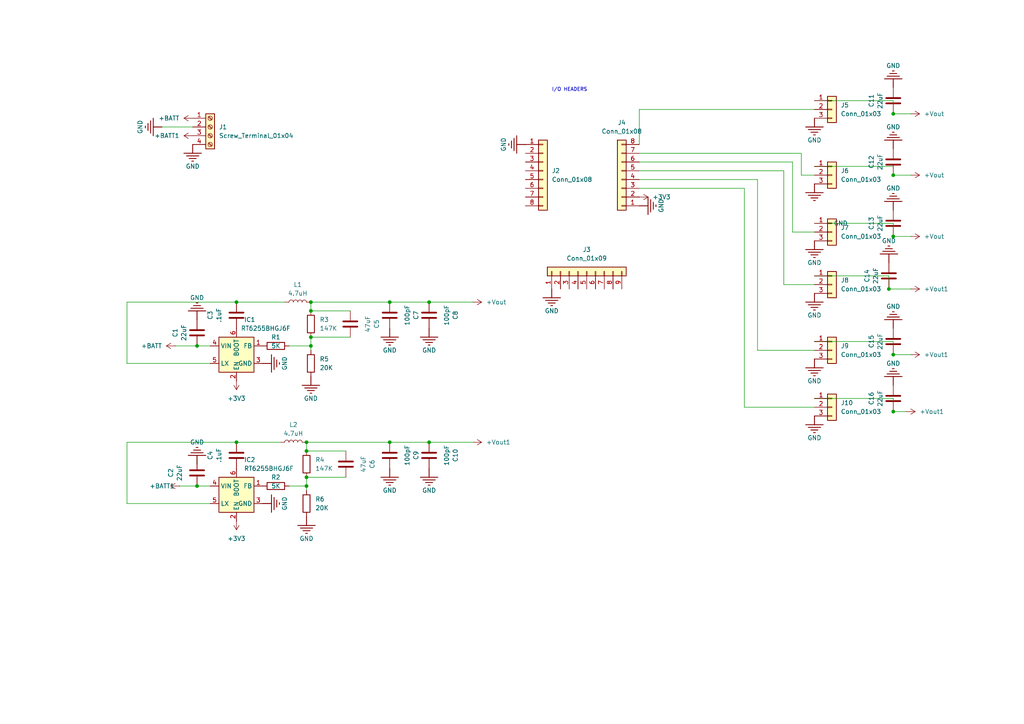
<source format=kicad_sch>
(kicad_sch (version 20231120) (generator "eeschema") (generator_version "8.0")
  (paper "A4")
  (lib_symbols
    (symbol "Connector:Screw_Terminal_01x04" (pin_names (offset 1.016) hide)
      (property "Reference" "J" (at 0 5.08 0))
      (property "Value" "Screw_Terminal_01x04" (at 0 -7.62 0))
      (symbol "Screw_Terminal_01x04_1_1"
        (rectangle (start -1.27 3.81) (end 1.27 -6.35) (stroke (width 0.254)) (fill (type background)))
        (circle (center 0 -5.08) (radius 0.635) (stroke (width 0.1524)))
        (circle (center 0 -2.54) (radius 0.635) (stroke (width 0.1524)))
        (polyline (pts (xy -0.5334 -4.7498) (xy 0.3302 -5.588)) (stroke (width 0.1524)))
        (polyline (pts (xy -0.5334 -2.2098) (xy 0.3302 -3.048)) (stroke (width 0.1524)))
        (polyline (pts (xy -0.5334 0.3302) (xy 0.3302 -0.508)) (stroke (width 0.1524)))
        (polyline (pts (xy -0.5334 2.8702) (xy 0.3302 2.032)) (stroke (width 0.1524)))
        (polyline (pts (xy -0.3556 -4.572) (xy 0.508 -5.4102)) (stroke (width 0.1524)))
        (polyline (pts (xy -0.3556 -2.032) (xy 0.508 -2.8702)) (stroke (width 0.1524)))
        (polyline (pts (xy -0.3556 0.508) (xy 0.508 -0.3302)) (stroke (width 0.1524)))
        (polyline (pts (xy -0.3556 3.048) (xy 0.508 2.2098)) (stroke (width 0.1524)))
        (circle (center 0 0) (radius 0.635) (stroke (width 0.1524)))
        (circle (center 0 2.54) (radius 0.635) (stroke (width 0.1524)))
        (pin passive line (at -5.08 2.54 0) (length 3.81) (name "Pin_1") (number "1"))
        (pin passive line (at -5.08 0 0) (length 3.81) (name "Pin_2") (number "2"))
        (pin passive line (at -5.08 -2.54 0) (length 3.81) (name "Pin_3") (number "3"))
        (pin passive line (at -5.08 -5.08 0) (length 3.81) (name "Pin_4") (number "4"))
      )
    )
    (symbol "Connector_Generic:Conn_01x03" (pin_names (offset 1.016) hide)
      (property "Reference" "J" (at 0 5.08 0))
      (property "Value" "Conn_01x03" (at 0 -5.08 0))
      (symbol "Conn_01x03_1_1"
        (rectangle (start -1.27 -2.413) (end 0 -2.667) (stroke (width 0.1524)))
        (rectangle (start -1.27 0.127) (end 0 -0.127) (stroke (width 0.1524)))
        (rectangle (start -1.27 2.667) (end 0 2.413) (stroke (width 0.1524)))
        (rectangle (start -1.27 3.81) (end 1.27 -3.81) (stroke (width 0.254)) (fill (type background)))
        (pin passive line (at -5.08 2.54 0) (length 3.81) (name "Pin_1") (number "1"))
        (pin passive line (at -5.08 0 0) (length 3.81) (name "Pin_2") (number "2"))
        (pin passive line (at -5.08 -2.54 0) (length 3.81) (name "Pin_3") (number "3"))
      )
    )
    (symbol "Connector_Generic:Conn_01x08" (pin_names (offset 1.016) hide)
      (property "Reference" "J" (at 0 10.16 0))
      (property "Value" "Conn_01x08" (at 0 -12.7 0))
      (symbol "Conn_01x08_1_1"
        (rectangle (start -1.27 -10.033) (end 0 -10.287) (stroke (width 0.1524)))
        (rectangle (start -1.27 -7.493) (end 0 -7.747) (stroke (width 0.1524)))
        (rectangle (start -1.27 -4.953) (end 0 -5.207) (stroke (width 0.1524)))
        (rectangle (start -1.27 -2.413) (end 0 -2.667) (stroke (width 0.1524)))
        (rectangle (start -1.27 0.127) (end 0 -0.127) (stroke (width 0.1524)))
        (rectangle (start -1.27 2.667) (end 0 2.413) (stroke (width 0.1524)))
        (rectangle (start -1.27 5.207) (end 0 4.953) (stroke (width 0.1524)))
        (rectangle (start -1.27 7.747) (end 0 7.493) (stroke (width 0.1524)))
        (rectangle (start -1.27 8.89) (end 1.27 -11.43) (stroke (width 0.254)) (fill (type background)))
        (pin passive line (at -5.08 7.62 0) (length 3.81) (name "Pin_1") (number "1"))
        (pin passive line (at -5.08 5.08 0) (length 3.81) (name "Pin_2") (number "2"))
        (pin passive line (at -5.08 2.54 0) (length 3.81) (name "Pin_3") (number "3"))
        (pin passive line (at -5.08 0 0) (length 3.81) (name "Pin_4") (number "4"))
        (pin passive line (at -5.08 -2.54 0) (length 3.81) (name "Pin_5") (number "5"))
        (pin passive line (at -5.08 -5.08 0) (length 3.81) (name "Pin_6") (number "6"))
        (pin passive line (at -5.08 -7.62 0) (length 3.81) (name "Pin_7") (number "7"))
        (pin passive line (at -5.08 -10.16 0) (length 3.81) (name "Pin_8") (number "8"))
      )
    )
    (symbol "Connector_Generic:Conn_01x09" (pin_names (offset 1.016) hide)
      (property "Reference" "J" (at 0 12.7 0))
      (property "Value" "Conn_01x09" (at 0 -12.7 0))
      (symbol "Conn_01x09_1_1"
        (rectangle (start -1.27 -10.033) (end 0 -10.287) (stroke (width 0.1524)))
        (rectangle (start -1.27 -7.493) (end 0 -7.747) (stroke (width 0.1524)))
        (rectangle (start -1.27 -4.953) (end 0 -5.207) (stroke (width 0.1524)))
        (rectangle (start -1.27 -2.413) (end 0 -2.667) (stroke (width 0.1524)))
        (rectangle (start -1.27 0.127) (end 0 -0.127) (stroke (width 0.1524)))
        (rectangle (start -1.27 2.667) (end 0 2.413) (stroke (width 0.1524)))
        (rectangle (start -1.27 5.207) (end 0 4.953) (stroke (width 0.1524)))
        (rectangle (start -1.27 7.747) (end 0 7.493) (stroke (width 0.1524)))
        (rectangle (start -1.27 10.287) (end 0 10.033) (stroke (width 0.1524)))
        (rectangle (start -1.27 11.43) (end 1.27 -11.43) (stroke (width 0.254)) (fill (type background)))
        (pin passive line (at -5.08 10.16 0) (length 3.81) (name "Pin_1") (number "1"))
        (pin passive line (at -5.08 7.62 0) (length 3.81) (name "Pin_2") (number "2"))
        (pin passive line (at -5.08 5.08 0) (length 3.81) (name "Pin_3") (number "3"))
        (pin passive line (at -5.08 2.54 0) (length 3.81) (name "Pin_4") (number "4"))
        (pin passive line (at -5.08 0 0) (length 3.81) (name "Pin_5") (number "5"))
        (pin passive line (at -5.08 -2.54 0) (length 3.81) (name "Pin_6") (number "6"))
        (pin passive line (at -5.08 -5.08 0) (length 3.81) (name "Pin_7") (number "7"))
        (pin passive line (at -5.08 -7.62 0) (length 3.81) (name "Pin_8") (number "8"))
        (pin passive line (at -5.08 -10.16 0) (length 3.81) (name "Pin_9") (number "9"))
      )
    )
    (symbol "DIO5661ST6_1"
      (property "Reference" "IC2" (at 2.1941 10.16 0))
      (property "Value" "RT6255BHGJ6F" (at 2.1941 7.62 0))
      (symbol "DIO5661ST6_1_0_1"
        (rectangle (start 5.08 -5.08) (end -5.08 5.08) (stroke (width 0.254)) (fill (type background)))
      )
      (symbol "DIO5661ST6_1_1_1"
        (pin open_collector line (at 7.62 2.54 180) (length 2.54) (name "FB") (number "1"))
        (pin power_in line (at 0 -7.62 90) (length 2.54) (name "EN") (number "2"))
        (pin input line (at 7.62 -2.54 180) (length 2.54) (name "GND") (number "3"))
        (pin input line (at -7.62 2.54 0) (length 2.54) (name "VIN") (number "4"))
        (pin input line (at -7.62 -2.54 0) (length 2.54) (name "LX") (number "5"))
        (pin power_in line (at 0 7.62 270) (length 2.54) (name "BOOT") (number "6"))
      )
    )
    (symbol "Device:C" (pin_numbers hide) (pin_names (offset 0.254))
      (property "Reference" "C" (at 0.635 2.54 0))
      (property "Value" "C" (at 0.635 -2.54 0))
      (symbol "C_0_1"
        (polyline (pts (xy -2.032 -0.762) (xy 2.032 -0.762)) (stroke (width 0.508)))
        (polyline (pts (xy -2.032 0.762) (xy 2.032 0.762)) (stroke (width 0.508)))
      )
      (symbol "C_1_1"
        (pin passive line (at 0 3.81 270) (length 2.794) (name "~") (number "1"))
        (pin passive line (at 0 -3.81 90) (length 2.794) (name "~") (number "2"))
      )
    )
    (symbol "Device:L" (pin_numbers hide) (pin_names (offset 1.016) hide)
      (property "Reference" "L" (at -1.27 0 90))
      (property "Value" "L" (at 1.905 0 90))
      (symbol "L_0_1"
        (arc (start 0 -2.54) (mid 0.6323 -1.905) (end 0 -1.27))
        (arc (start 0 -1.27) (mid 0.6323 -0.635) (end 0 0))
        (arc (start 0 0) (mid 0.6323 0.635) (end 0 1.27))
        (arc (start 0 1.27) (mid 0.6323 1.905) (end 0 2.54))
      )
      (symbol "L_1_1"
        (pin passive line (at 0 3.81 270) (length 1.27) (name "1") (number "1"))
        (pin passive line (at 0 -3.81 90) (length 1.27) (name "2") (number "2"))
      )
    )
    (symbol "Device:R" (pin_numbers hide) (pin_names (offset 0))
      (property "Reference" "R" (at 2.032 0 90))
      (property "Value" "R" (at 0 0 90))
      (symbol "R_0_1"
        (rectangle (start -1.016 -2.54) (end 1.016 2.54) (stroke (width 0.254)))
      )
      (symbol "R_1_1"
        (pin passive line (at 0 3.81 270) (length 1.27) (name "~") (number "1"))
        (pin passive line (at 0 -3.81 90) (length 1.27) (name "~") (number "2"))
      )
    )
    (symbol "Driver_LED:DIO5661ST6"
      (property "Reference" "IC1" (at 2.1941 10.16 0))
      (property "Value" "RT6255BHGJ6F" (at 1.27 7.62 0))
      (symbol "DIO5661ST6_0_1"
        (rectangle (start 5.08 -5.08) (end -5.08 5.08) (stroke (width 0.254)) (fill (type background)))
      )
      (symbol "DIO5661ST6_1_1"
        (pin open_collector line (at 7.62 2.54 180) (length 2.54) (name "FB") (number "1"))
        (pin power_in line (at 0 -7.62 90) (length 2.54) (name "EN") (number "2"))
        (pin input line (at 7.62 -2.54 180) (length 2.54) (name "GND") (number "3"))
        (pin input line (at -7.62 2.54 0) (length 2.54) (name "VIN") (number "4"))
        (pin input line (at -7.62 -2.54 0) (length 2.54) (name "LX") (number "5"))
        (pin power_in line (at 0 7.62 270) (length 2.54) (name "BOOT") (number "6"))
      )
    )
    (symbol "iotaTemplate-altium-import:GND_POWER_GROUND" (power)
      (property "Reference" "#PWR" (at 0 0 0))
      (property "Value" "GND" (at 0 6.35 0))
      (symbol "GND_POWER_GROUND_0_0"
        (polyline (pts (xy -2.54 -2.54) (xy 2.54 -2.54)) (stroke (width 0.254)))
        (polyline (pts (xy -1.778 -3.302) (xy 1.778 -3.302)) (stroke (width 0.254)))
        (polyline (pts (xy -1.016 -4.064) (xy 1.016 -4.064)) (stroke (width 0.254)))
        (polyline (pts (xy -0.254 -4.826) (xy 0.254 -4.826)) (stroke (width 0.254)))
        (polyline (pts (xy 0 0) (xy 0 -2.54)) (stroke (width 0.254)))
        (pin power_in line (at 0 0 0) (length 0) hide (name "GND") (number ""))
      )
    )
    (symbol "power:+3V3" (power) (pin_numbers hide) (pin_names (offset 0) hide)
      (property "Value" "+3V3" (at 0 3.556 0))
      (symbol "+3V3_0_1"
        (polyline (pts (xy -0.762 1.27) (xy 0 2.54)))
        (polyline (pts (xy 0 0) (xy 0 2.54)))
        (polyline (pts (xy 0 2.54) (xy 0.762 1.27)))
      )
      (symbol "+3V3_1_1"
        (pin power_in line (at 0 0 90) (length 0) (name "~") (number "1"))
      )
    )
    (symbol "power:+5V" (power) (pin_numbers hide) (pin_names (offset 0) hide)
      (property "Value" "+5V" (at 0 3.556 0))
      (symbol "+5V_0_1"
        (polyline (pts (xy -0.762 1.27) (xy 0 2.54)))
        (polyline (pts (xy 0 0) (xy 0 2.54)))
        (polyline (pts (xy 0 2.54) (xy 0.762 1.27)))
      )
      (symbol "+5V_1_1"
        (pin power_in line (at 0 0 90) (length 0) (name "~") (number "1"))
      )
    )
    (symbol "power:+BATT" (power) (pin_numbers hide) (pin_names (offset 0) hide)
      (property "Value" "+BATT" (at 0 3.556 0))
      (symbol "+BATT_0_1"
        (polyline (pts (xy -0.762 1.27) (xy 0 2.54)))
        (polyline (pts (xy 0 0) (xy 0 2.54)))
        (polyline (pts (xy 0 2.54) (xy 0.762 1.27)))
      )
      (symbol "+BATT_1_1"
        (pin power_in line (at 0 0 90) (length 0) (name "~") (number "1"))
      )
    )
  )
  (junction (at 57.15 100.33))
  (junction (at 68.58 87.63))
  (junction (at 259.08 119.38))
  (junction (at 57.15 140.97))
  (junction (at 113.03 128.27))
  (junction (at 90.17 87.63))
  (junction (at 257.81 83.82))
  (junction (at 259.08 33.02))
  (junction (at 124.46 128.27))
  (junction (at 259.08 50.8))
  (junction (at 90.17 90.17))
  (junction (at 68.58 128.27))
  (junction (at 88.9 138.43))
  (junction (at 90.17 97.79))
  (junction (at 259.08 68.58))
  (junction (at 113.03 87.63))
  (junction (at 259.08 102.87))
  (junction (at 90.17 100.33))
  (junction (at 124.46 87.63))
  (junction (at 88.9 130.81))
  (junction (at 88.9 128.27))
  (junction (at 88.9 140.97))
  (wire (pts (xy 36.83 146.05) (xy 36.83 128.27)))
  (wire (pts (xy 68.58 128.27) (xy 81.28 128.27)))
  (wire (pts (xy 236.22 29.21) (xy 259.08 29.21)))
  (wire (pts (xy 90.17 87.63) (xy 113.03 87.63)))
  (wire (pts (xy 185.42 44.45) (xy 232.41 44.45)))
  (wire (pts (xy 88.9 130.81) (xy 100.33 130.81)))
  (wire (pts (xy 90.17 97.79) (xy 90.17 100.33)))
  (wire (pts (xy 236.22 48.26) (xy 259.08 48.26)))
  (wire (pts (xy 259.08 102.87) (xy 264.16 102.87)))
  (wire (pts (xy 36.83 105.41) (xy 36.83 87.63)))
  (wire (pts (xy 113.03 87.63) (xy 124.46 87.63)))
  (wire (pts (xy 113.03 128.27) (xy 124.46 128.27)))
  (wire (pts (xy 259.08 64.77) (xy 259.08 68.58)))
  (wire (pts (xy 219.71 52.07) (xy 185.42 52.07)))
  (wire (pts (xy 229.87 46.99) (xy 229.87 67.31)))
  (wire (pts (xy 57.15 140.97) (xy 60.96 140.97)))
  (wire (pts (xy 257.81 80.01) (xy 257.81 83.82)))
  (wire (pts (xy 90.17 90.17) (xy 101.6 90.17)))
  (wire (pts (xy 236.22 50.8) (xy 232.41 50.8)))
  (wire (pts (xy 124.46 128.27) (xy 137.16 128.27)))
  (wire (pts (xy 60.96 105.41) (xy 36.83 105.41)))
  (wire (pts (xy 259.08 99.06) (xy 259.08 102.87)))
  (wire (pts (xy 88.9 128.27) (xy 113.03 128.27)))
  (wire (pts (xy 236.22 67.31) (xy 229.87 67.31)))
  (wire (pts (xy 227.33 49.53) (xy 227.33 82.55)))
  (wire (pts (xy 259.08 119.38) (xy 262.89 119.38)))
  (wire (pts (xy 46.99 36.83) (xy 55.88 36.83)))
  (wire (pts (xy 36.83 128.27) (xy 68.58 128.27)))
  (wire (pts (xy 219.71 52.07) (xy 219.71 101.6)))
  (wire (pts (xy 57.15 100.33) (xy 60.96 100.33)))
  (wire (pts (xy 259.08 68.58) (xy 264.16 68.58)))
  (wire (pts (xy 236.22 64.77) (xy 259.08 64.77)))
  (wire (pts (xy 215.9 54.61) (xy 185.42 54.61)))
  (wire (pts (xy 236.22 99.06) (xy 259.08 99.06)))
  (wire (pts (xy 185.42 46.99) (xy 229.87 46.99)))
  (wire (pts (xy 259.08 50.8) (xy 264.16 50.8)))
  (wire (pts (xy 236.22 82.55) (xy 227.33 82.55)))
  (wire (pts (xy 57.15 133.35) (xy 57.15 134.62)))
  (wire (pts (xy 259.08 33.02) (xy 264.16 33.02)))
  (wire (pts (xy 36.83 87.63) (xy 68.58 87.63)))
  (wire (pts (xy 227.33 49.53) (xy 185.42 49.53)))
  (wire (pts (xy 90.17 97.79) (xy 101.6 97.79)))
  (wire (pts (xy 236.22 80.01) (xy 257.81 80.01)))
  (wire (pts (xy 83.82 100.33) (xy 90.17 100.33)))
  (wire (pts (xy 259.08 29.21) (xy 259.08 33.02)))
  (wire (pts (xy 185.42 31.75) (xy 236.22 31.75)))
  (wire (pts (xy 88.9 140.97) (xy 88.9 142.24)))
  (wire (pts (xy 236.22 101.6) (xy 219.71 101.6)))
  (wire (pts (xy 50.8 100.33) (xy 57.15 100.33)))
  (wire (pts (xy 88.9 138.43) (xy 100.33 138.43)))
  (wire (pts (xy 236.22 118.11) (xy 215.9 118.11)))
  (wire (pts (xy 259.08 48.26) (xy 259.08 50.8)))
  (wire (pts (xy 88.9 128.27) (xy 88.9 130.81)))
  (wire (pts (xy 185.42 31.75) (xy 185.42 41.91)))
  (wire (pts (xy 52.07 140.97) (xy 57.15 140.97)))
  (wire (pts (xy 232.41 44.45) (xy 232.41 50.8)))
  (wire (pts (xy 60.96 146.05) (xy 36.83 146.05)))
  (wire (pts (xy 68.58 87.63) (xy 82.55 87.63)))
  (wire (pts (xy 83.82 140.97) (xy 88.9 140.97)))
  (wire (pts (xy 259.08 115.57) (xy 259.08 119.38)))
  (wire (pts (xy 90.17 100.33) (xy 90.17 101.6)))
  (wire (pts (xy 90.17 87.63) (xy 90.17 90.17)))
  (wire (pts (xy 257.81 83.82) (xy 264.16 83.82)))
  (wire (pts (xy 88.9 138.43) (xy 88.9 140.97)))
  (wire (pts (xy 215.9 54.61) (xy 215.9 118.11)))
  (wire (pts (xy 124.46 87.63) (xy 137.16 87.63)))
  (wire (pts (xy 236.22 115.57) (xy 259.08 115.57)))
  (text "I/O HEADERS" (at 160.02 26.67 0) (effects (font (size 1.016 1.016)) (justify left bottom)))
  (symbol (lib_id "iotaTemplate-altium-import:GND_POWER_GROUND") (at 124.46 95.25 0) (unit 1)
    (property "Reference" "#PWR020" (effects (hide yes)))
    (property "Value" "GND" (at 124.46 101.6 0))
  )
  (symbol (lib_id "iotaTemplate-altium-import:GND_POWER_GROUND") (at 113.03 95.25 0) (unit 1)
    (property "Reference" "#PWR019" (effects (hide yes)))
    (property "Value" "GND" (at 113.03 101.6 0))
  )
  (symbol (lib_id "Driver_LED:DIO5661ST6") (at 68.58 102.87 0) (unit 1)
    (property "Reference" "IC1" (at 70.7741 92.71 0) (effects (justify left)))
    (property "Value" "RT6255BHGJ6F" (at 69.85 95.25 0) (effects (justify left)))
    (property "Footprint" "Package_TO_SOT_SMD:TSOT-23-6_HandSoldering" (effects (hide yes)))
  )
  (symbol (lib_id "Connector:Screw_Terminal_01x04") (at 60.96 36.83 0) (unit 1)
    (property "Reference" "J1" (at 63.5 36.8299 0) (effects (justify left)))
    (property "Value" "Screw_Terminal_01x04" (at 63.5 39.3699 0) (effects (justify left)))
    (property "Footprint" "Connector:FanPinHeader_1x04_P2.54mm_Vertical" (effects (hide yes)))
    (property "Description" "Generic screw terminal, single row, 01x04, script generated (kicad-library-utils/schlib/autogen/connector/)" (effects (hide yes)))
  )
  (symbol (lib_id "Device:C") (at 113.03 132.08 0) (unit 1)
    (property "Reference" "C9" (at 120.65 132.08 90))
    (property "Value" "100pF" (at 118.11 132.08 90))
    (property "Footprint" "Capacitor_SMD:C_0603_1608Metric" (effects (hide yes)))
    (property "Description" "Unpolarized capacitor" (effects (hide yes)))
  )
  (symbol (lib_id "Device:C") (at 101.6 93.98 0) (unit 1)
    (property "Reference" "C5" (at 109.22 93.98 90))
    (property "Value" "47uF" (at 106.68 93.98 90))
    (property "Footprint" "Capacitor_SMD:C_0603_1608Metric" (effects (hide yes)))
    (property "Description" "Unpolarized capacitor" (effects (hide yes)))
  )
  (symbol (lib_id "Device:C") (at 259.08 46.99 0) (unit 1)
    (property "Reference" "C12" (at 252.73 46.99 90))
    (property "Value" "22uF" (at 255.27 46.99 90))
    (property "Footprint" "Capacitor_SMD:C_0603_1608Metric" (effects (hide yes)))
    (property "Description" "Unpolarized capacitor" (effects (hide yes)))
  )
  (symbol (lib_id "iotaTemplate-altium-import:GND_POWER_GROUND") (at 124.46 135.89 0) (unit 1)
    (property "Reference" "#PWR018" (effects (hide yes)))
    (property "Value" "GND" (at 124.46 142.24 0))
  )
  (symbol (lib_id "power:+3V3") (at 137.16 87.63 270) (unit 1)
    (property "Reference" "#PWR021" (effects (hide yes)))
    (property "Value" "+Vout" (at 140.97 87.6299 90) (effects (justify left)))
    (property "Description" "Power symbol creates a global label with name \"+3V3\"" (effects (hide yes)))
  )
  (symbol (lib_id "power:+5V") (at 264.16 102.87 270) (unit 1)
    (property "Reference" "#PWR028" (effects (hide yes)))
    (property "Value" "+Vout1" (at 267.97 102.8699 90) (effects (justify left)))
    (property "Description" "Power symbol creates a global label with name \"+5V\"" (effects (hide yes)))
  )
  (symbol (lib_id "Connector_Generic:Conn_01x03") (at 241.3 67.31 0) (unit 1)
    (property "Reference" "J7" (at 243.84 66.0399 0) (effects (justify left)))
    (property "Value" "Conn_01x03" (at 243.84 68.5799 0) (effects (justify left)))
    (property "Footprint" "Connector_PinHeader_2.54mm:PinHeader_1x03_P2.54mm_Vertical" (effects (hide yes)))
    (property "Description" "Generic connector, single row, 01x03, script generated (kicad-library-utils/schlib/autogen/connector/)" (effects (hide yes)))
  )
  (symbol (lib_id "power:+5V") (at 264.16 83.82 270) (unit 1)
    (property "Reference" "#PWR029" (effects (hide yes)))
    (property "Value" "+Vout1" (at 267.97 83.8199 90) (effects (justify left)))
    (property "Description" "Power symbol creates a global label with name \"+5V\"" (effects (hide yes)))
  )
  (symbol (lib_id "iotaTemplate-altium-import:GND_POWER_GROUND") (at 55.88 41.91 0) (unit 1)
    (property "Reference" "#PWR01" (effects (hide yes)))
    (property "Value" "GND" (at 55.88 48.26 0))
  )
  (symbol (lib_id "Connector_Generic:Conn_01x03") (at 241.3 118.11 0) (unit 1)
    (property "Reference" "J10" (at 243.84 116.8399 0) (effects (justify left)))
    (property "Value" "Conn_01x03" (at 243.84 119.3799 0) (effects (justify left)))
    (property "Footprint" "Connector_PinHeader_2.54mm:PinHeader_1x03_P2.54mm_Vertical" (effects (hide yes)))
    (property "Description" "Generic connector, single row, 01x03, script generated (kicad-library-utils/schlib/autogen/connector/)" (effects (hide yes)))
  )
  (symbol (lib_id "iotaTemplate-altium-import:GND_POWER_GROUND") (at 257.81 76.2 180) (unit 1)
    (property "Reference" "#PWR024" (effects (hide yes)))
    (property "Value" "GND" (at 257.81 69.85 0))
  )
  (symbol (lib_id "Device:C") (at 259.08 99.06 0) (unit 1)
    (property "Reference" "C15" (at 252.73 99.06 90))
    (property "Value" "22uF" (at 255.27 99.06 90))
    (property "Footprint" "Capacitor_SMD:C_0603_1608Metric" (effects (hide yes)))
    (property "Description" "Unpolarized capacitor" (effects (hide yes)))
  )
  (symbol (lib_id "iotaTemplate-altium-import:GND_POWER_GROUND") (at 57.15 92.71 180) (unit 1)
    (property "Reference" "#PWR010" (effects (hide yes)))
    (property "Value" "GND" (at 57.15 86.36 0))
  )
  (symbol (lib_id "power:+3V3") (at 50.8 100.33 90) (unit 1)
    (property "Reference" "#PWR07" (effects (hide yes)))
    (property "Value" "+BATT" (at 46.99 100.3299 90) (effects (justify left)))
    (property "Description" "Power symbol creates a global label with name \"+3V3\"" (effects (hide yes)))
  )
  (symbol (lib_id "power:+BATT") (at 55.88 34.29 90) (unit 1)
    (property "Reference" "#PWR03" (effects (hide yes)))
    (property "Value" "+BATT" (at 52.07 34.2899 90) (effects (justify left)))
    (property "Description" "Power symbol creates a global label with name \"+BATT\"" (effects (hide yes)))
  )
  (symbol (lib_name "DIO5661ST6_1") (lib_id "Driver_LED:DIO5661ST6") (at 68.58 143.51 0) (unit 1)
    (property "Reference" "IC2" (at 70.7741 133.35 0) (effects (justify left)))
    (property "Value" "RT6255BHGJ6F" (at 70.7741 135.89 0) (effects (justify left)))
    (property "Footprint" "Package_TO_SOT_SMD:TSOT-23-6_HandSoldering" (effects (hide yes)))
  )
  (symbol (lib_id "iotaTemplate-altium-import:GND_POWER_GROUND") (at 236.22 104.14 0) (unit 1)
    (property "Reference" "#PWR0119" (effects (hide yes)))
    (property "Value" "GND" (at 236.22 110.49 0))
  )
  (symbol (lib_id "Device:C") (at 257.81 80.01 0) (unit 1)
    (property "Reference" "C14" (at 251.46 80.01 90))
    (property "Value" "22uF" (at 254 80.01 90))
    (property "Footprint" "Capacitor_SMD:C_0603_1608Metric" (effects (hide yes)))
    (property "Description" "Unpolarized capacitor" (effects (hide yes)))
  )
  (symbol (lib_id "Device:C") (at 68.58 132.08 180) (unit 1)
    (property "Reference" "C4" (at 60.96 132.08 90))
    (property "Value" ".1uF" (at 63.5 132.08 90))
    (property "Footprint" "Capacitor_SMD:C_0603_1608Metric" (effects (hide yes)))
    (property "Description" "Unpolarized capacitor" (effects (hide yes)))
  )
  (symbol (lib_id "Connector_Generic:Conn_01x03") (at 241.3 31.75 0) (unit 1)
    (property "Reference" "J5" (at 243.84 30.4799 0) (effects (justify left)))
    (property "Value" "Conn_01x03" (at 243.84 33.0199 0) (effects (justify left)))
    (property "Footprint" "Connector_PinHeader_2.54mm:PinHeader_1x03_P2.54mm_Vertical" (effects (hide yes)))
    (property "Description" "Generic connector, single row, 01x03, script generated (kicad-library-utils/schlib/autogen/connector/)" (effects (hide yes)))
  )
  (symbol (lib_id "iotaTemplate-altium-import:GND_POWER_GROUND") (at 185.42 59.69 90) (unit 1)
    (property "Reference" "#PWR0122" (effects (hide yes)))
    (property "Value" "GND" (at 191.77 59.69 0))
  )
  (symbol (lib_id "Device:R") (at 80.01 140.97 90) (unit 1)
    (property "Reference" "R2" (at 80.01 138.43 90))
    (property "Value" "5K" (at 80.01 140.97 90))
    (property "Footprint" "Resistor_SMD:R_0603_1608Metric" (effects (hide yes)))
    (property "Description" "Resistor" (effects (hide yes)))
  )
  (symbol (lib_id "power:+5V") (at 264.16 50.8 270) (unit 1)
    (property "Reference" "#PWR031" (effects (hide yes)))
    (property "Value" "+Vout" (at 267.97 50.7999 90) (effects (justify left)))
    (property "Description" "Power symbol creates a global label with name \"+5V\"" (effects (hide yes)))
  )
  (symbol (lib_id "iotaTemplate-altium-import:GND_POWER_GROUND") (at 259.08 43.18 180) (unit 1)
    (property "Reference" "#PWR06" (effects (hide yes)))
    (property "Value" "GND" (at 259.08 36.83 0))
  )
  (symbol (lib_id "power:+3V3") (at 185.42 57.15 270) (unit 1)
    (property "Reference" "#PWR0121" (effects (hide yes)))
    (property "Value" "+3V3" (at 189.23 57.1499 90) (effects (justify left)))
    (property "Description" "Power symbol creates a global label with name \"+3V3\"" (effects (hide yes)))
  )
  (symbol (lib_id "Device:C") (at 57.15 137.16 180) (unit 1)
    (property "Reference" "C2" (at 49.53 137.16 90))
    (property "Value" "22uF" (at 52.07 137.16 90))
    (property "Footprint" "Capacitor_SMD:C_0603_1608Metric" (effects (hide yes)))
    (property "Description" "Unpolarized capacitor" (effects (hide yes)))
  )
  (symbol (lib_id "iotaTemplate-altium-import:GND_POWER_GROUND") (at 113.03 135.89 0) (unit 1)
    (property "Reference" "#PWR017" (effects (hide yes)))
    (property "Value" "GND" (at 113.03 142.24 0))
  )
  (symbol (lib_id "Device:R") (at 90.17 93.98 180) (unit 1)
    (property "Reference" "R3" (at 92.71 92.7099 0) (effects (justify right)))
    (property "Value" "147K" (at 92.71 95.2499 0) (effects (justify right)))
    (property "Footprint" "Resistor_SMD:R_0603_1608Metric" (effects (hide yes)))
    (property "Description" "Resistor" (effects (hide yes)))
  )
  (symbol (lib_id "iotaTemplate-altium-import:GND_POWER_GROUND") (at 76.2 146.05 90) (unit 1)
    (property "Reference" "#PWR013" (effects (hide yes)))
    (property "Value" "GND" (at 82.55 146.05 0))
  )
  (symbol (lib_id "Connector_Generic:Conn_01x03") (at 241.3 82.55 0) (unit 1)
    (property "Reference" "J8" (at 243.84 81.2799 0) (effects (justify left)))
    (property "Value" "Conn_01x03" (at 243.84 83.8199 0) (effects (justify left)))
    (property "Footprint" "Connector_PinHeader_2.54mm:PinHeader_1x03_P2.54mm_Vertical" (effects (hide yes)))
    (property "Description" "Generic connector, single row, 01x03, script generated (kicad-library-utils/schlib/autogen/connector/)" (effects (hide yes)))
  )
  (symbol (lib_id "iotaTemplate-altium-import:GND_POWER_GROUND") (at 259.08 60.96 180) (unit 1)
    (property "Reference" "#PWR023" (effects (hide yes)))
    (property "Value" "GND" (at 259.08 54.61 0))
  )
  (symbol (lib_id "iotaTemplate-altium-import:GND_POWER_GROUND") (at 152.4 41.91 270) (unit 1)
    (property "Reference" "#PWR0123" (effects (hide yes)))
    (property "Value" "GND" (at 146.05 41.91 0))
  )
  (symbol (lib_id "iotaTemplate-altium-import:GND_POWER_GROUND") (at 57.15 134.62 180) (unit 1)
    (property "Reference" "#PWR09" (effects (hide yes)))
    (property "Value" "GND" (at 57.15 128.27 0))
  )
  (symbol (lib_id "Connector_Generic:Conn_01x09") (at 170.18 78.74 90) (unit 1)
    (property "Reference" "J3" (at 170.18 72.39 90))
    (property "Value" "Conn_01x09" (at 170.18 74.93 90))
    (property "Footprint" "Connector_PinHeader_2.54mm:PinHeader_1x09_P2.54mm_Vertical" (effects (hide yes)))
    (property "Description" "Generic connector, single row, 01x09, script generated (kicad-library-utils/schlib/autogen/connector/)" (effects (hide yes)))
  )
  (symbol (lib_id "Device:L") (at 85.09 128.27 90) (unit 1)
    (property "Reference" "L2" (at 85.09 123.19 90))
    (property "Value" "4.7uH" (at 85.09 125.73 90))
    (property "Footprint" "LibrarySPM6530T:SPM6530T-4R7M" (effects (hide yes)))
    (property "Description" "Inductor" (effects (hide yes)))
  )
  (symbol (lib_id "iotaTemplate-altium-import:GND_POWER_GROUND") (at 236.22 120.65 0) (unit 1)
    (property "Reference" "#PWR0117" (effects (hide yes)))
    (property "Value" "GND" (at 236.22 127 0))
  )
  (symbol (lib_id "Device:C") (at 68.58 91.44 180) (unit 1)
    (property "Reference" "C3" (at 60.96 91.44 90))
    (property "Value" ".1uF" (at 63.5 91.44 90))
    (property "Footprint" "Capacitor_SMD:C_0603_1608Metric" (effects (hide yes)))
    (property "Description" "Unpolarized capacitor" (effects (hide yes)))
  )
  (symbol (lib_id "Device:C") (at 57.15 96.52 0) (unit 1)
    (property "Reference" "C1" (at 50.8 96.52 90))
    (property "Value" "22uF" (at 53.34 96.52 90))
    (property "Footprint" "Capacitor_SMD:C_0603_1608Metric" (effects (hide yes)))
    (property "Description" "Unpolarized capacitor" (effects (hide yes)))
  )
  (symbol (lib_id "Device:C") (at 259.08 115.57 0) (unit 1)
    (property "Reference" "C16" (at 252.73 115.57 90))
    (property "Value" "22uF" (at 255.27 115.57 90))
    (property "Footprint" "Capacitor_SMD:C_0603_1608Metric" (effects (hide yes)))
    (property "Description" "Unpolarized capacitor" (effects (hide yes)))
  )
  (symbol (lib_id "power:+3V3") (at 68.58 110.49 180) (unit 1)
    (property "Reference" "#PWR012" (effects (hide yes)))
    (property "Value" "+3V3" (at 68.58 115.57 0))
    (property "Description" "Power symbol creates a global label with name \"+3V3\"" (effects (hide yes)))
  )
  (symbol (lib_id "Device:R") (at 90.17 105.41 180) (unit 1)
    (property "Reference" "R5" (at 92.71 104.1399 0) (effects (justify right)))
    (property "Value" "20K" (at 92.71 106.6799 0) (effects (justify right)))
    (property "Footprint" "Resistor_SMD:R_0603_1608Metric" (effects (hide yes)))
    (property "Description" "Resistor" (effects (hide yes)))
  )
  (symbol (lib_id "iotaTemplate-altium-import:GND_POWER_GROUND") (at 46.99 36.83 270) (unit 1)
    (property "Reference" "#PWR02" (effects (hide yes)))
    (property "Value" "GND" (at 40.64 36.83 0))
  )
  (symbol (lib_id "iotaTemplate-altium-import:GND_POWER_GROUND") (at 88.9 149.86 0) (unit 1)
    (property "Reference" "#PWR015" (effects (hide yes)))
    (property "Value" "GND" (at 88.9 156.21 0))
  )
  (symbol (lib_id "Device:C") (at 259.08 64.77 0) (unit 1)
    (property "Reference" "C13" (at 252.73 64.77 90))
    (property "Value" "22uF" (at 255.27 64.77 90))
    (property "Footprint" "Capacitor_SMD:C_0603_1608Metric" (effects (hide yes)))
    (property "Description" "Unpolarized capacitor" (effects (hide yes)))
  )
  (symbol (lib_id "power:+3V3") (at 52.07 140.97 90) (unit 1)
    (property "Reference" "#PWR08" (effects (hide yes)))
    (property "Value" "+BATT1" (at 46.99 140.97 90))
    (property "Description" "Power symbol creates a global label with name \"+3V3\"" (effects (hide yes)))
  )
  (symbol (lib_id "iotaTemplate-altium-import:GND_POWER_GROUND") (at 259.08 25.4 180) (unit 1)
    (property "Reference" "#PWR05" (effects (hide yes)))
    (property "Value" "GND" (at 259.08 19.05 0))
  )
  (symbol (lib_id "Device:C") (at 259.08 29.21 0) (unit 1)
    (property "Reference" "C11" (at 252.73 29.21 90))
    (property "Value" "22uF" (at 255.27 29.21 90))
    (property "Footprint" "Capacitor_SMD:C_0603_1608Metric" (effects (hide yes)))
    (property "Description" "Unpolarized capacitor" (effects (hide yes)))
  )
  (symbol (lib_id "power:+5V") (at 264.16 68.58 270) (unit 1)
    (property "Reference" "#PWR030" (effects (hide yes)))
    (property "Value" "+Vout" (at 267.97 68.5799 90) (effects (justify left)))
    (property "Description" "Power symbol creates a global label with name \"+5V\"" (effects (hide yes)))
  )
  (symbol (lib_id "iotaTemplate-altium-import:GND_POWER_GROUND") (at 236.22 34.29 0) (unit 1)
    (property "Reference" "#PWR0116" (effects (hide yes)))
    (property "Value" "GND" (at 236.22 40.64 0))
  )
  (symbol (lib_id "Connector_Generic:Conn_01x03") (at 241.3 50.8 0) (unit 1)
    (property "Reference" "J6" (at 243.84 49.5299 0) (effects (justify left)))
    (property "Value" "Conn_01x03" (at 243.84 52.0699 0) (effects (justify left)))
    (property "Footprint" "Connector_PinHeader_2.54mm:PinHeader_1x03_P2.54mm_Vertical" (effects (hide yes)))
    (property "Description" "Generic connector, single row, 01x03, script generated (kicad-library-utils/schlib/autogen/connector/)" (effects (hide yes)))
  )
  (symbol (lib_id "Device:C") (at 100.33 134.62 0) (unit 1)
    (property "Reference" "C6" (at 107.95 134.62 90))
    (property "Value" "47uF" (at 105.41 134.62 90))
    (property "Footprint" "Capacitor_SMD:C_0603_1608Metric" (effects (hide yes)))
    (property "Description" "Unpolarized capacitor" (effects (hide yes)))
  )
  (symbol (lib_id "Device:R") (at 88.9 134.62 180) (unit 1)
    (property "Reference" "R4" (at 91.44 133.3499 0) (effects (justify right)))
    (property "Value" "147K" (at 91.44 135.8899 0) (effects (justify right)))
    (property "Footprint" "Resistor_SMD:R_0603_1608Metric" (effects (hide yes)))
    (property "Description" "Resistor" (effects (hide yes)))
  )
  (symbol (lib_id "iotaTemplate-altium-import:GND_POWER_GROUND") (at 259.08 111.76 180) (unit 1)
    (property "Reference" "#PWR026" (effects (hide yes)))
    (property "Value" "GND" (at 259.08 105.41 0))
  )
  (symbol (lib_id "Device:L") (at 86.36 87.63 90) (unit 1)
    (property "Reference" "L1" (at 86.36 82.55 90))
    (property "Value" "4.7uH" (at 86.36 85.09 90))
    (property "Footprint" "LibrarySPM6530T:SPM6530T-4R7M" (effects (hide yes)))
    (property "Description" "Inductor" (effects (hide yes)))
  )
  (symbol (lib_id "power:+3V3") (at 68.58 151.13 180) (unit 1)
    (property "Reference" "#PWR011" (effects (hide yes)))
    (property "Value" "+3V3" (at 68.58 156.21 0))
    (property "Description" "Power symbol creates a global label with name \"+3V3\"" (effects (hide yes)))
  )
  (symbol (lib_id "iotaTemplate-altium-import:GND_POWER_GROUND") (at 160.02 83.82 0) (unit 1)
    (property "Reference" "#PWR0124" (effects (hide yes)))
    (property "Value" "GND" (at 160.02 90.17 0))
  )
  (symbol (lib_id "power:+3V3") (at 137.16 128.27 270) (unit 1)
    (property "Reference" "#PWR022" (effects (hide yes)))
    (property "Value" "+Vout1" (at 140.97 128.2699 90) (effects (justify left)))
    (property "Description" "Power symbol creates a global label with name \"+3V3\"" (effects (hide yes)))
  )
  (symbol (lib_id "iotaTemplate-altium-import:GND_POWER_GROUND") (at 90.17 109.22 0) (unit 1)
    (property "Reference" "#PWR016" (effects (hide yes)))
    (property "Value" "GND" (at 90.17 115.57 0))
  )
  (symbol (lib_id "iotaTemplate-altium-import:GND_POWER_GROUND") (at 236.22 69.85 0) (unit 1)
    (property "Reference" "#PWR0113" (effects (hide yes)))
    (property "Value" "GND" (at 236.22 76.2 0))
  )
  (symbol (lib_id "Device:R") (at 80.01 100.33 90) (unit 1)
    (property "Reference" "R1" (at 80.01 97.79 90))
    (property "Value" "5K" (at 80.01 100.33 90))
    (property "Footprint" "Resistor_SMD:R_0603_1608Metric" (effects (hide yes)))
    (property "Description" "Resistor" (effects (hide yes)))
  )
  (symbol (lib_id "iotaTemplate-altium-import:GND_POWER_GROUND") (at 236.22 53.34 0) (unit 1)
    (property "Reference" "#PWR0109" (effects (hide yes)))
    (property "Value" "GND" (at 243.84 64.77 0))
  )
  (symbol (lib_id "power:+5V") (at 262.89 119.38 270) (unit 1)
    (property "Reference" "#PWR027" (effects (hide yes)))
    (property "Value" "+Vout1" (at 266.7 119.3799 90) (effects (justify left)))
    (property "Description" "Power symbol creates a global label with name \"+5V\"" (effects (hide yes)))
  )
  (symbol (lib_id "iotaTemplate-altium-import:GND_POWER_GROUND") (at 259.08 95.25 180) (unit 1)
    (property "Reference" "#PWR025" (effects (hide yes)))
    (property "Value" "GND" (at 259.08 88.9 0))
  )
  (symbol (lib_id "Connector_Generic:Conn_01x08") (at 157.48 49.53 0) (unit 1)
    (property "Reference" "J2" (at 160.02 49.5299 0) (effects (justify left)))
    (property "Value" "Conn_01x08" (at 160.02 52.0699 0) (effects (justify left)))
    (property "Footprint" "Connector_PinHeader_2.54mm:PinHeader_1x08_P2.54mm_Vertical" (effects (hide yes)))
    (property "Description" "Generic connector, single row, 01x08, script generated (kicad-library-utils/schlib/autogen/connector/)" (effects (hide yes)))
  )
  (symbol (lib_id "Device:C") (at 124.46 132.08 0) (unit 1)
    (property "Reference" "C10" (at 132.08 132.08 90))
    (property "Value" "100pF" (at 129.54 132.08 90))
    (property "Footprint" "Capacitor_SMD:C_0603_1608Metric" (effects (hide yes)))
    (property "Description" "Unpolarized capacitor" (effects (hide yes)))
  )
  (symbol (lib_id "Device:C") (at 113.03 91.44 0) (unit 1)
    (property "Reference" "C7" (at 120.65 91.44 90))
    (property "Value" "100pF" (at 118.11 91.44 90))
    (property "Footprint" "Capacitor_SMD:C_0603_1608Metric" (effects (hide yes)))
    (property "Description" "Unpolarized capacitor" (effects (hide yes)))
  )
  (symbol (lib_id "Device:R") (at 88.9 146.05 180) (unit 1)
    (property "Reference" "R6" (at 91.44 144.7799 0) (effects (justify right)))
    (property "Value" "20K" (at 91.44 147.3199 0) (effects (justify right)))
    (property "Footprint" "Resistor_SMD:R_0603_1608Metric" (effects (hide yes)))
    (property "Description" "Resistor" (effects (hide yes)))
  )
  (symbol (lib_id "Connector_Generic:Conn_01x08") (at 180.34 52.07 180) (unit 1)
    (property "Reference" "J4" (at 180.34 35.56 0))
    (property "Value" "Conn_01x08" (at 180.34 38.1 0))
    (property "Footprint" "Connector_PinHeader_2.54mm:PinHeader_1x08_P2.54mm_Vertical" (effects (hide yes)))
    (property "Description" "Generic connector, single row, 01x08, script generated (kicad-library-utils/schlib/autogen/connector/)" (effects (hide yes)))
  )
  (symbol (lib_id "power:+BATT") (at 55.88 39.37 90) (unit 1)
    (property "Reference" "#PWR04" (effects (hide yes)))
    (property "Value" "+BATT1" (at 52.07 39.3699 90) (effects (justify left)))
    (property "Description" "Power symbol creates a global label with name \"+BATT\"" (effects (hide yes)))
  )
  (symbol (lib_id "Connector_Generic:Conn_01x03") (at 241.3 101.6 0) (unit 1)
    (property "Reference" "J9" (at 243.84 100.3299 0) (effects (justify left)))
    (property "Value" "Conn_01x03" (at 243.84 102.8699 0) (effects (justify left)))
    (property "Footprint" "Connector_PinHeader_2.54mm:PinHeader_1x03_P2.54mm_Vertical" (effects (hide yes)))
    (property "Description" "Generic connector, single row, 01x03, script generated (kicad-library-utils/schlib/autogen/connector/)" (effects (hide yes)))
  )
  (symbol (lib_id "iotaTemplate-altium-import:GND_POWER_GROUND") (at 236.22 85.09 0) (unit 1)
    (property "Reference" "#PWR0110" (effects (hide yes)))
    (property "Value" "GND" (at 236.22 91.44 0))
  )
  (symbol (lib_id "power:+5V") (at 264.16 33.02 270) (unit 1)
    (property "Reference" "#PWR032" (effects (hide yes)))
    (property "Value" "+Vout" (at 267.97 33.0199 90) (effects (justify left)))
    (property "Description" "Power symbol creates a global label with name \"+5V\"" (effects (hide yes)))
  )
  (symbol (lib_id "iotaTemplate-altium-import:GND_POWER_GROUND") (at 76.2 105.41 90) (unit 1)
    (property "Reference" "#PWR014" (effects (hide yes)))
    (property "Value" "GND" (at 82.55 105.41 0))
  )
  (symbol (lib_id "Device:C") (at 124.46 91.44 0) (unit 1)
    (property "Reference" "C8" (at 132.08 91.44 90))
    (property "Value" "100pF" (at 129.54 91.44 90))
    (property "Footprint" "Capacitor_SMD:C_0603_1608Metric" (effects (hide yes)))
    (property "Description" "Unpolarized capacitor" (effects (hide yes)))
  )
)
</source>
